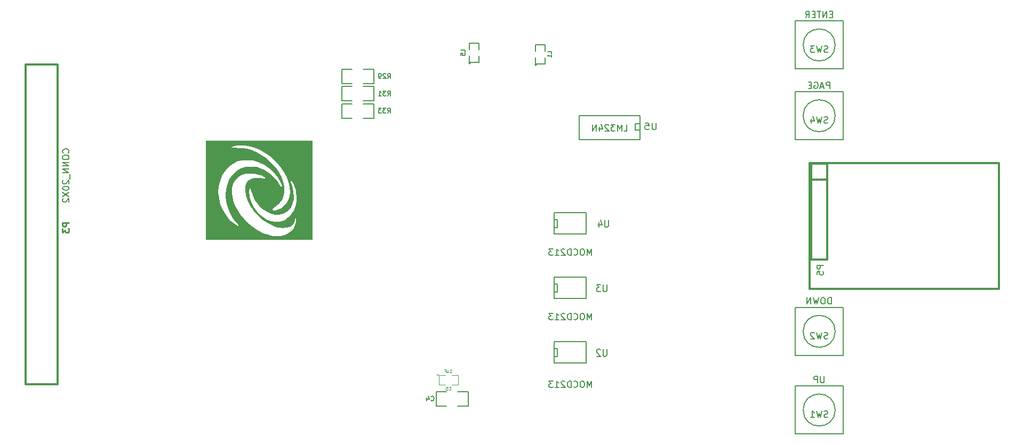
<source format=gbo>
G04 (created by PCBNEW (2013-june-11)-stable) date lun 19 ago 2013 20:26:35 COT*
%MOIN*%
G04 Gerber Fmt 3.4, Leading zero omitted, Abs format*
%FSLAX34Y34*%
G01*
G70*
G90*
G04 APERTURE LIST*
%ADD10C,0.00590551*%
%ADD11C,0.012*%
%ADD12C,0.005*%
%ADD13C,0.008*%
%ADD14C,0.0039*%
%ADD15C,0.0001*%
%ADD16C,0.01*%
%ADD17C,0.0043*%
G04 APERTURE END LIST*
G54D10*
G54D11*
X94684Y-31298D02*
X94684Y-23424D01*
X82873Y-31298D02*
X94684Y-31298D01*
X82873Y-23424D02*
X94684Y-23424D01*
X82873Y-31298D02*
X82873Y-23424D01*
G54D12*
X66914Y-30551D02*
X66914Y-31901D01*
X66914Y-31901D02*
X68914Y-31901D01*
X68914Y-30551D02*
X66914Y-30551D01*
X68914Y-31901D02*
X68914Y-30551D01*
X66914Y-31501D02*
X67114Y-31501D01*
X67114Y-31501D02*
X67114Y-31001D01*
X67114Y-31001D02*
X66914Y-31001D01*
X84465Y-20473D02*
G75*
G03X84465Y-20473I-1000J0D01*
G74*
G01*
X81965Y-21973D02*
X84965Y-21973D01*
X84965Y-21973D02*
X84965Y-18973D01*
X84965Y-18973D02*
X81965Y-18973D01*
X81965Y-21973D02*
X81965Y-18973D01*
X84465Y-16044D02*
G75*
G03X84465Y-16044I-1000J0D01*
G74*
G01*
X81965Y-17544D02*
X84965Y-17544D01*
X84965Y-17544D02*
X84965Y-14544D01*
X84965Y-14544D02*
X81965Y-14544D01*
X81965Y-17544D02*
X81965Y-14544D01*
X84465Y-33957D02*
G75*
G03X84465Y-33957I-1000J0D01*
G74*
G01*
X81965Y-35457D02*
X84965Y-35457D01*
X84965Y-35457D02*
X84965Y-32457D01*
X84965Y-32457D02*
X81965Y-32457D01*
X81965Y-35457D02*
X81965Y-32457D01*
X84465Y-38878D02*
G75*
G03X84465Y-38878I-1000J0D01*
G74*
G01*
X81965Y-40378D02*
X84965Y-40378D01*
X84965Y-40378D02*
X84965Y-37378D01*
X84965Y-37378D02*
X81965Y-37378D01*
X81965Y-40378D02*
X81965Y-37378D01*
X59532Y-38639D02*
X59532Y-37739D01*
X59532Y-37739D02*
X60182Y-37739D01*
X60882Y-38639D02*
X61532Y-38639D01*
X61532Y-38639D02*
X61532Y-37739D01*
X61532Y-37739D02*
X60882Y-37739D01*
X60182Y-38639D02*
X59532Y-38639D01*
G54D11*
X33851Y-17264D02*
X33851Y-37264D01*
X35851Y-17264D02*
X35851Y-37264D01*
X35851Y-17264D02*
X33851Y-17264D01*
X35851Y-37264D02*
X33851Y-37264D01*
X83964Y-23475D02*
X82964Y-23475D01*
X82964Y-23475D02*
X82964Y-29475D01*
X82964Y-29475D02*
X83964Y-29475D01*
X83964Y-29475D02*
X83964Y-23475D01*
X83964Y-24475D02*
X82964Y-24475D01*
G54D12*
X66914Y-34587D02*
X66914Y-35937D01*
X66914Y-35937D02*
X68914Y-35937D01*
X68914Y-34587D02*
X66914Y-34587D01*
X68914Y-35937D02*
X68914Y-34587D01*
X66914Y-35537D02*
X67114Y-35537D01*
X67114Y-35537D02*
X67114Y-35037D01*
X67114Y-35037D02*
X66914Y-35037D01*
X66914Y-26516D02*
X66914Y-27866D01*
X66914Y-27866D02*
X68914Y-27866D01*
X68914Y-26516D02*
X66914Y-26516D01*
X68914Y-27866D02*
X68914Y-26516D01*
X66914Y-27466D02*
X67114Y-27466D01*
X67114Y-27466D02*
X67114Y-26966D01*
X67114Y-26966D02*
X66914Y-26966D01*
G54D13*
X72274Y-20462D02*
X68474Y-20462D01*
X68474Y-20462D02*
X68474Y-21962D01*
X68474Y-21962D02*
X72274Y-21962D01*
X72274Y-21962D02*
X72274Y-20462D01*
X72274Y-20962D02*
X71974Y-20962D01*
X71974Y-20962D02*
X71974Y-21362D01*
X71974Y-21362D02*
X72274Y-21362D01*
G54D12*
X53626Y-18462D02*
X53626Y-17562D01*
X53626Y-17562D02*
X54276Y-17562D01*
X54976Y-18462D02*
X55626Y-18462D01*
X55626Y-18462D02*
X55626Y-17562D01*
X55626Y-17562D02*
X54976Y-17562D01*
X54276Y-18462D02*
X53626Y-18462D01*
X53626Y-19545D02*
X53626Y-18645D01*
X53626Y-18645D02*
X54276Y-18645D01*
X54976Y-19545D02*
X55626Y-19545D01*
X55626Y-19545D02*
X55626Y-18645D01*
X55626Y-18645D02*
X54976Y-18645D01*
X54276Y-19545D02*
X53626Y-19545D01*
X53626Y-20627D02*
X53626Y-19727D01*
X53626Y-19727D02*
X54276Y-19727D01*
X54976Y-20627D02*
X55626Y-20627D01*
X55626Y-20627D02*
X55626Y-19727D01*
X55626Y-19727D02*
X54976Y-19727D01*
X54276Y-20627D02*
X53626Y-20627D01*
X65794Y-17284D02*
G75*
G03X65794Y-17284I-50J0D01*
G74*
G01*
X65744Y-16834D02*
X65744Y-17234D01*
X65744Y-17234D02*
X66344Y-17234D01*
X66344Y-17234D02*
X66344Y-16834D01*
X66344Y-16434D02*
X66344Y-16034D01*
X66344Y-16034D02*
X65744Y-16034D01*
X65744Y-16034D02*
X65744Y-16434D01*
X61660Y-17186D02*
G75*
G03X61660Y-17186I-50J0D01*
G74*
G01*
X61610Y-16736D02*
X61610Y-17136D01*
X61610Y-17136D02*
X62210Y-17136D01*
X62210Y-17136D02*
X62210Y-16736D01*
X62210Y-16336D02*
X62210Y-15936D01*
X62210Y-15936D02*
X61610Y-15936D01*
X61610Y-15936D02*
X61610Y-16336D01*
G54D14*
X59691Y-36688D02*
G75*
G03X59691Y-36688I-50J0D01*
G74*
G01*
X60091Y-36688D02*
X59691Y-36688D01*
X59691Y-36688D02*
X59691Y-37288D01*
X59691Y-37288D02*
X60091Y-37288D01*
X60491Y-37288D02*
X60891Y-37288D01*
X60891Y-37288D02*
X60891Y-36688D01*
X60891Y-36688D02*
X60491Y-36688D01*
G54D15*
G36*
X51813Y-28218D02*
X50815Y-28218D01*
X50815Y-25541D01*
X50775Y-25232D01*
X50761Y-25174D01*
X50722Y-25046D01*
X50672Y-24908D01*
X50618Y-24775D01*
X50565Y-24662D01*
X50519Y-24582D01*
X50488Y-24551D01*
X50487Y-24551D01*
X50449Y-24563D01*
X50440Y-24605D01*
X50462Y-24688D01*
X50498Y-24781D01*
X50568Y-25005D01*
X50614Y-25256D01*
X50631Y-25507D01*
X50617Y-25732D01*
X50614Y-25754D01*
X50538Y-26035D01*
X50418Y-26266D01*
X50406Y-26279D01*
X50406Y-25224D01*
X50381Y-24940D01*
X50308Y-24638D01*
X50190Y-24327D01*
X50032Y-24017D01*
X49836Y-23717D01*
X49607Y-23435D01*
X49411Y-23236D01*
X49130Y-23005D01*
X48817Y-22794D01*
X48489Y-22613D01*
X48163Y-22472D01*
X47930Y-22399D01*
X47772Y-22368D01*
X47593Y-22347D01*
X47406Y-22338D01*
X47222Y-22338D01*
X47053Y-22348D01*
X46911Y-22367D01*
X46806Y-22394D01*
X46752Y-22430D01*
X46747Y-22446D01*
X46778Y-22458D01*
X46864Y-22471D01*
X46992Y-22482D01*
X47151Y-22491D01*
X47205Y-22493D01*
X47460Y-22508D01*
X47671Y-22534D01*
X47860Y-22577D01*
X48048Y-22643D01*
X48258Y-22737D01*
X48349Y-22781D01*
X48656Y-22951D01*
X48922Y-23136D01*
X49174Y-23355D01*
X49238Y-23418D01*
X49493Y-23704D01*
X49701Y-24002D01*
X49861Y-24308D01*
X49972Y-24614D01*
X50031Y-24915D01*
X50038Y-25204D01*
X49992Y-25476D01*
X49892Y-25725D01*
X49891Y-25726D01*
X49891Y-24877D01*
X49863Y-24778D01*
X49826Y-24687D01*
X49638Y-24338D01*
X49397Y-24026D01*
X49108Y-23754D01*
X48779Y-23530D01*
X48415Y-23358D01*
X48301Y-23318D01*
X48194Y-23286D01*
X48096Y-23265D01*
X47989Y-23255D01*
X47853Y-23252D01*
X47672Y-23256D01*
X47651Y-23256D01*
X47473Y-23263D01*
X47343Y-23272D01*
X47244Y-23286D01*
X47157Y-23311D01*
X47064Y-23349D01*
X46968Y-23393D01*
X46697Y-23557D01*
X46454Y-23773D01*
X46253Y-24030D01*
X46173Y-24168D01*
X46025Y-24523D01*
X45939Y-24891D01*
X45916Y-25268D01*
X45953Y-25645D01*
X46050Y-26017D01*
X46205Y-26379D01*
X46419Y-26723D01*
X46608Y-26957D01*
X46702Y-27051D01*
X46814Y-27146D01*
X46930Y-27234D01*
X47037Y-27305D01*
X47124Y-27351D01*
X47178Y-27363D01*
X47185Y-27359D01*
X47176Y-27324D01*
X47129Y-27256D01*
X47052Y-27165D01*
X47013Y-27123D01*
X46801Y-26855D01*
X46627Y-26543D01*
X46496Y-26198D01*
X46412Y-25834D01*
X46380Y-25464D01*
X46380Y-25437D01*
X46407Y-25056D01*
X46485Y-24715D01*
X46614Y-24416D01*
X46795Y-24160D01*
X47025Y-23946D01*
X47295Y-23782D01*
X47407Y-23730D01*
X47501Y-23696D01*
X47599Y-23675D01*
X47721Y-23663D01*
X47885Y-23656D01*
X48065Y-23652D01*
X48201Y-23658D01*
X48316Y-23675D01*
X48433Y-23705D01*
X48469Y-23716D01*
X48794Y-23855D01*
X49099Y-24054D01*
X49379Y-24309D01*
X49628Y-24615D01*
X49695Y-24716D01*
X49783Y-24841D01*
X49848Y-24909D01*
X49884Y-24921D01*
X49891Y-24877D01*
X49891Y-25726D01*
X49764Y-25911D01*
X49687Y-25988D01*
X49578Y-26079D01*
X49475Y-26154D01*
X49366Y-26231D01*
X49305Y-26283D01*
X49286Y-26322D01*
X49301Y-26357D01*
X49320Y-26378D01*
X49348Y-26403D01*
X49378Y-26414D01*
X49428Y-26407D01*
X49514Y-26384D01*
X49579Y-26365D01*
X49832Y-26257D01*
X50044Y-26098D01*
X50212Y-25891D01*
X50332Y-25639D01*
X50377Y-25483D01*
X50406Y-25224D01*
X50406Y-26279D01*
X50254Y-26448D01*
X50044Y-26581D01*
X49966Y-26613D01*
X49715Y-26673D01*
X49454Y-26670D01*
X49189Y-26605D01*
X48928Y-26482D01*
X48676Y-26302D01*
X48547Y-26183D01*
X48363Y-25978D01*
X48216Y-25767D01*
X48099Y-25533D01*
X48001Y-25260D01*
X47945Y-25053D01*
X47915Y-24967D01*
X47888Y-24944D01*
X47867Y-24980D01*
X47852Y-25071D01*
X47848Y-25201D01*
X47880Y-25538D01*
X47976Y-25869D01*
X48132Y-26184D01*
X48344Y-26477D01*
X48447Y-26588D01*
X48695Y-26810D01*
X48943Y-26968D01*
X49197Y-27066D01*
X49465Y-27107D01*
X49581Y-27108D01*
X49739Y-27097D01*
X49866Y-27070D01*
X50000Y-27017D01*
X50054Y-26991D01*
X50283Y-26842D01*
X50476Y-26645D01*
X50629Y-26407D01*
X50739Y-26137D01*
X50802Y-25846D01*
X50815Y-25541D01*
X50815Y-28218D01*
X50779Y-28218D01*
X50779Y-26975D01*
X50773Y-26879D01*
X50757Y-26847D01*
X50736Y-26877D01*
X50711Y-26968D01*
X50699Y-27025D01*
X50638Y-27194D01*
X50523Y-27326D01*
X50356Y-27418D01*
X50138Y-27471D01*
X49937Y-27483D01*
X49771Y-27480D01*
X49639Y-27463D01*
X49509Y-27429D01*
X49380Y-27382D01*
X49027Y-27214D01*
X48695Y-26995D01*
X48393Y-26733D01*
X48128Y-26437D01*
X47906Y-26114D01*
X47737Y-25773D01*
X47626Y-25423D01*
X47589Y-25152D01*
X47603Y-24913D01*
X47668Y-24710D01*
X47782Y-24547D01*
X47889Y-24460D01*
X47964Y-24415D01*
X48036Y-24388D01*
X48124Y-24374D01*
X48247Y-24369D01*
X48330Y-24368D01*
X48479Y-24370D01*
X48615Y-24377D01*
X48716Y-24388D01*
X48738Y-24392D01*
X48820Y-24399D01*
X48850Y-24378D01*
X48831Y-24337D01*
X48766Y-24286D01*
X48688Y-24247D01*
X48428Y-24158D01*
X48153Y-24105D01*
X47880Y-24089D01*
X47623Y-24110D01*
X47399Y-24169D01*
X47337Y-24196D01*
X47125Y-24334D01*
X46960Y-24515D01*
X46844Y-24733D01*
X46777Y-24983D01*
X46760Y-25259D01*
X46795Y-25557D01*
X46882Y-25870D01*
X46978Y-26105D01*
X47132Y-26399D01*
X47306Y-26663D01*
X47517Y-26917D01*
X47678Y-27085D01*
X48019Y-27389D01*
X48377Y-27634D01*
X48746Y-27819D01*
X49121Y-27940D01*
X49173Y-27952D01*
X49403Y-27994D01*
X49591Y-28012D01*
X49757Y-28006D01*
X49923Y-27976D01*
X49960Y-27967D01*
X50205Y-27873D01*
X50415Y-27732D01*
X50584Y-27553D01*
X50704Y-27344D01*
X50769Y-27113D01*
X50779Y-26975D01*
X50779Y-28218D01*
X48480Y-28218D01*
X45147Y-28218D01*
X45147Y-25118D01*
X45147Y-22018D01*
X48480Y-22018D01*
X51813Y-22018D01*
X51813Y-25118D01*
X51813Y-28218D01*
X51813Y-28218D01*
X51813Y-28218D01*
G37*
G54D12*
X70186Y-31032D02*
X70186Y-31396D01*
X70167Y-31439D01*
X70148Y-31460D01*
X70110Y-31482D01*
X70034Y-31482D01*
X69996Y-31460D01*
X69977Y-31439D01*
X69958Y-31396D01*
X69958Y-31032D01*
X69805Y-31032D02*
X69558Y-31032D01*
X69691Y-31203D01*
X69634Y-31203D01*
X69596Y-31225D01*
X69577Y-31246D01*
X69558Y-31289D01*
X69558Y-31396D01*
X69577Y-31439D01*
X69596Y-31460D01*
X69634Y-31482D01*
X69748Y-31482D01*
X69786Y-31460D01*
X69805Y-31439D01*
X69228Y-33232D02*
X69228Y-32832D01*
X69094Y-33118D01*
X68961Y-32832D01*
X68961Y-33232D01*
X68694Y-32832D02*
X68618Y-32832D01*
X68580Y-32851D01*
X68542Y-32890D01*
X68523Y-32966D01*
X68523Y-33099D01*
X68542Y-33175D01*
X68580Y-33213D01*
X68618Y-33232D01*
X68694Y-33232D01*
X68733Y-33213D01*
X68771Y-33175D01*
X68790Y-33099D01*
X68790Y-32966D01*
X68771Y-32890D01*
X68733Y-32851D01*
X68694Y-32832D01*
X68123Y-33194D02*
X68142Y-33213D01*
X68199Y-33232D01*
X68237Y-33232D01*
X68294Y-33213D01*
X68333Y-33175D01*
X68352Y-33137D01*
X68371Y-33061D01*
X68371Y-33004D01*
X68352Y-32928D01*
X68333Y-32890D01*
X68294Y-32851D01*
X68237Y-32832D01*
X68199Y-32832D01*
X68142Y-32851D01*
X68123Y-32871D01*
X67952Y-33232D02*
X67952Y-32832D01*
X67856Y-32832D01*
X67799Y-32851D01*
X67761Y-32890D01*
X67742Y-32928D01*
X67723Y-33004D01*
X67723Y-33061D01*
X67742Y-33137D01*
X67761Y-33175D01*
X67799Y-33213D01*
X67856Y-33232D01*
X67952Y-33232D01*
X67571Y-32871D02*
X67552Y-32851D01*
X67513Y-32832D01*
X67418Y-32832D01*
X67380Y-32851D01*
X67361Y-32871D01*
X67342Y-32909D01*
X67342Y-32947D01*
X67361Y-33004D01*
X67590Y-33232D01*
X67342Y-33232D01*
X66961Y-33232D02*
X67190Y-33232D01*
X67075Y-33232D02*
X67075Y-32832D01*
X67113Y-32890D01*
X67152Y-32928D01*
X67190Y-32947D01*
X66828Y-32832D02*
X66580Y-32832D01*
X66713Y-32985D01*
X66656Y-32985D01*
X66618Y-33004D01*
X66599Y-33023D01*
X66580Y-33061D01*
X66580Y-33156D01*
X66599Y-33194D01*
X66618Y-33213D01*
X66656Y-33232D01*
X66771Y-33232D01*
X66809Y-33213D01*
X66828Y-33194D01*
G54D13*
X83998Y-20915D02*
X83941Y-20934D01*
X83845Y-20934D01*
X83807Y-20915D01*
X83788Y-20896D01*
X83769Y-20858D01*
X83769Y-20820D01*
X83788Y-20782D01*
X83807Y-20763D01*
X83845Y-20744D01*
X83922Y-20725D01*
X83960Y-20706D01*
X83979Y-20687D01*
X83998Y-20649D01*
X83998Y-20611D01*
X83979Y-20573D01*
X83960Y-20553D01*
X83922Y-20534D01*
X83826Y-20534D01*
X83769Y-20553D01*
X83636Y-20534D02*
X83541Y-20934D01*
X83465Y-20649D01*
X83388Y-20934D01*
X83293Y-20534D01*
X82969Y-20668D02*
X82969Y-20934D01*
X83064Y-20515D02*
X83160Y-20801D01*
X82912Y-20801D01*
X84122Y-18764D02*
X84122Y-18364D01*
X83969Y-18364D01*
X83931Y-18383D01*
X83912Y-18403D01*
X83893Y-18441D01*
X83893Y-18498D01*
X83912Y-18536D01*
X83931Y-18555D01*
X83969Y-18574D01*
X84122Y-18574D01*
X83741Y-18650D02*
X83550Y-18650D01*
X83779Y-18764D02*
X83645Y-18364D01*
X83512Y-18764D01*
X83169Y-18383D02*
X83207Y-18364D01*
X83265Y-18364D01*
X83322Y-18383D01*
X83360Y-18422D01*
X83379Y-18460D01*
X83398Y-18536D01*
X83398Y-18593D01*
X83379Y-18669D01*
X83360Y-18707D01*
X83322Y-18745D01*
X83265Y-18764D01*
X83226Y-18764D01*
X83169Y-18745D01*
X83150Y-18726D01*
X83150Y-18593D01*
X83226Y-18593D01*
X82979Y-18555D02*
X82845Y-18555D01*
X82788Y-18764D02*
X82979Y-18764D01*
X82979Y-18364D01*
X82788Y-18364D01*
X83998Y-16486D02*
X83941Y-16505D01*
X83845Y-16505D01*
X83807Y-16486D01*
X83788Y-16467D01*
X83769Y-16429D01*
X83769Y-16391D01*
X83788Y-16353D01*
X83807Y-16334D01*
X83845Y-16315D01*
X83922Y-16296D01*
X83960Y-16277D01*
X83979Y-16258D01*
X83998Y-16220D01*
X83998Y-16182D01*
X83979Y-16144D01*
X83960Y-16124D01*
X83922Y-16105D01*
X83826Y-16105D01*
X83769Y-16124D01*
X83636Y-16105D02*
X83541Y-16505D01*
X83465Y-16220D01*
X83388Y-16505D01*
X83293Y-16105D01*
X83179Y-16105D02*
X82931Y-16105D01*
X83064Y-16258D01*
X83007Y-16258D01*
X82969Y-16277D01*
X82950Y-16296D01*
X82931Y-16334D01*
X82931Y-16429D01*
X82950Y-16467D01*
X82969Y-16486D01*
X83007Y-16505D01*
X83122Y-16505D01*
X83160Y-16486D01*
X83179Y-16467D01*
X84293Y-14126D02*
X84160Y-14126D01*
X84103Y-14335D02*
X84293Y-14335D01*
X84293Y-13935D01*
X84103Y-13935D01*
X83931Y-14335D02*
X83931Y-13935D01*
X83703Y-14335D01*
X83703Y-13935D01*
X83569Y-13935D02*
X83341Y-13935D01*
X83455Y-14335D02*
X83455Y-13935D01*
X83207Y-14126D02*
X83074Y-14126D01*
X83017Y-14335D02*
X83207Y-14335D01*
X83207Y-13935D01*
X83017Y-13935D01*
X82617Y-14335D02*
X82750Y-14145D01*
X82845Y-14335D02*
X82845Y-13935D01*
X82693Y-13935D01*
X82655Y-13954D01*
X82636Y-13974D01*
X82617Y-14012D01*
X82617Y-14069D01*
X82636Y-14107D01*
X82655Y-14126D01*
X82693Y-14145D01*
X82845Y-14145D01*
X83998Y-34399D02*
X83941Y-34418D01*
X83845Y-34418D01*
X83807Y-34399D01*
X83788Y-34380D01*
X83769Y-34342D01*
X83769Y-34304D01*
X83788Y-34266D01*
X83807Y-34247D01*
X83845Y-34228D01*
X83922Y-34209D01*
X83960Y-34190D01*
X83979Y-34171D01*
X83998Y-34133D01*
X83998Y-34095D01*
X83979Y-34057D01*
X83960Y-34037D01*
X83922Y-34018D01*
X83826Y-34018D01*
X83769Y-34037D01*
X83636Y-34018D02*
X83541Y-34418D01*
X83465Y-34133D01*
X83388Y-34418D01*
X83293Y-34018D01*
X83160Y-34057D02*
X83141Y-34037D01*
X83103Y-34018D01*
X83007Y-34018D01*
X82969Y-34037D01*
X82950Y-34057D01*
X82931Y-34095D01*
X82931Y-34133D01*
X82950Y-34190D01*
X83179Y-34418D01*
X82931Y-34418D01*
X84217Y-32248D02*
X84217Y-31848D01*
X84122Y-31848D01*
X84065Y-31867D01*
X84026Y-31906D01*
X84007Y-31944D01*
X83988Y-32020D01*
X83988Y-32077D01*
X84007Y-32153D01*
X84026Y-32191D01*
X84065Y-32229D01*
X84122Y-32248D01*
X84217Y-32248D01*
X83741Y-31848D02*
X83665Y-31848D01*
X83626Y-31867D01*
X83588Y-31906D01*
X83569Y-31982D01*
X83569Y-32115D01*
X83588Y-32191D01*
X83626Y-32229D01*
X83665Y-32248D01*
X83741Y-32248D01*
X83779Y-32229D01*
X83817Y-32191D01*
X83836Y-32115D01*
X83836Y-31982D01*
X83817Y-31906D01*
X83779Y-31867D01*
X83741Y-31848D01*
X83436Y-31848D02*
X83341Y-32248D01*
X83265Y-31963D01*
X83188Y-32248D01*
X83093Y-31848D01*
X82941Y-32248D02*
X82941Y-31848D01*
X82712Y-32248D01*
X82712Y-31848D01*
X83998Y-39320D02*
X83941Y-39339D01*
X83845Y-39339D01*
X83807Y-39320D01*
X83788Y-39301D01*
X83769Y-39263D01*
X83769Y-39225D01*
X83788Y-39187D01*
X83807Y-39168D01*
X83845Y-39149D01*
X83922Y-39130D01*
X83960Y-39111D01*
X83979Y-39092D01*
X83998Y-39054D01*
X83998Y-39016D01*
X83979Y-38978D01*
X83960Y-38958D01*
X83922Y-38939D01*
X83826Y-38939D01*
X83769Y-38958D01*
X83636Y-38939D02*
X83541Y-39339D01*
X83465Y-39054D01*
X83388Y-39339D01*
X83293Y-38939D01*
X82931Y-39339D02*
X83160Y-39339D01*
X83045Y-39339D02*
X83045Y-38939D01*
X83084Y-38997D01*
X83122Y-39035D01*
X83160Y-39054D01*
X83779Y-36769D02*
X83779Y-37093D01*
X83760Y-37131D01*
X83741Y-37150D01*
X83703Y-37169D01*
X83626Y-37169D01*
X83588Y-37150D01*
X83569Y-37131D01*
X83550Y-37093D01*
X83550Y-36769D01*
X83360Y-37169D02*
X83360Y-36769D01*
X83207Y-36769D01*
X83169Y-36788D01*
X83150Y-36808D01*
X83131Y-36846D01*
X83131Y-36903D01*
X83150Y-36941D01*
X83169Y-36960D01*
X83207Y-36979D01*
X83360Y-36979D01*
G54D12*
X59204Y-38281D02*
X59218Y-38296D01*
X59261Y-38310D01*
X59289Y-38310D01*
X59332Y-38296D01*
X59361Y-38267D01*
X59375Y-38239D01*
X59389Y-38181D01*
X59389Y-38139D01*
X59375Y-38081D01*
X59361Y-38053D01*
X59332Y-38024D01*
X59289Y-38010D01*
X59261Y-38010D01*
X59218Y-38024D01*
X59204Y-38039D01*
X58946Y-38110D02*
X58946Y-38310D01*
X59018Y-37996D02*
X59089Y-38210D01*
X58904Y-38210D01*
G54D16*
X36579Y-27165D02*
X36179Y-27165D01*
X36179Y-27318D01*
X36198Y-27356D01*
X36218Y-27375D01*
X36256Y-27394D01*
X36313Y-27394D01*
X36351Y-27375D01*
X36370Y-27356D01*
X36389Y-27318D01*
X36389Y-27165D01*
X36179Y-27527D02*
X36179Y-27775D01*
X36332Y-27641D01*
X36332Y-27699D01*
X36351Y-27737D01*
X36370Y-27756D01*
X36408Y-27775D01*
X36503Y-27775D01*
X36541Y-27756D01*
X36560Y-27737D01*
X36579Y-27699D01*
X36579Y-27584D01*
X36560Y-27546D01*
X36541Y-27527D01*
G54D13*
X36541Y-22793D02*
X36560Y-22774D01*
X36579Y-22717D01*
X36579Y-22679D01*
X36560Y-22622D01*
X36522Y-22584D01*
X36484Y-22565D01*
X36408Y-22546D01*
X36351Y-22546D01*
X36275Y-22565D01*
X36237Y-22584D01*
X36198Y-22622D01*
X36179Y-22679D01*
X36179Y-22717D01*
X36198Y-22774D01*
X36218Y-22793D01*
X36179Y-23041D02*
X36179Y-23117D01*
X36198Y-23155D01*
X36237Y-23193D01*
X36313Y-23213D01*
X36446Y-23213D01*
X36522Y-23193D01*
X36560Y-23155D01*
X36579Y-23117D01*
X36579Y-23041D01*
X36560Y-23003D01*
X36522Y-22965D01*
X36446Y-22946D01*
X36313Y-22946D01*
X36237Y-22965D01*
X36198Y-23003D01*
X36179Y-23041D01*
X36579Y-23384D02*
X36179Y-23384D01*
X36579Y-23613D01*
X36179Y-23613D01*
X36579Y-23803D02*
X36179Y-23803D01*
X36579Y-24032D01*
X36179Y-24032D01*
X36618Y-24127D02*
X36618Y-24432D01*
X36218Y-24508D02*
X36198Y-24527D01*
X36179Y-24565D01*
X36179Y-24660D01*
X36198Y-24698D01*
X36218Y-24717D01*
X36256Y-24736D01*
X36294Y-24736D01*
X36351Y-24717D01*
X36579Y-24489D01*
X36579Y-24736D01*
X36179Y-24984D02*
X36179Y-25022D01*
X36198Y-25060D01*
X36218Y-25079D01*
X36256Y-25098D01*
X36332Y-25117D01*
X36427Y-25117D01*
X36503Y-25098D01*
X36541Y-25079D01*
X36560Y-25060D01*
X36579Y-25022D01*
X36579Y-24984D01*
X36560Y-24946D01*
X36541Y-24927D01*
X36503Y-24908D01*
X36427Y-24889D01*
X36332Y-24889D01*
X36256Y-24908D01*
X36218Y-24927D01*
X36198Y-24946D01*
X36179Y-24984D01*
X36179Y-25251D02*
X36579Y-25517D01*
X36179Y-25517D02*
X36579Y-25251D01*
X36218Y-25651D02*
X36198Y-25670D01*
X36179Y-25708D01*
X36179Y-25803D01*
X36198Y-25841D01*
X36218Y-25860D01*
X36256Y-25879D01*
X36294Y-25879D01*
X36351Y-25860D01*
X36579Y-25632D01*
X36579Y-25879D01*
X83724Y-29821D02*
X83324Y-29821D01*
X83324Y-29974D01*
X83343Y-30012D01*
X83363Y-30031D01*
X83401Y-30050D01*
X83458Y-30050D01*
X83496Y-30031D01*
X83515Y-30012D01*
X83534Y-29974D01*
X83534Y-29821D01*
X83324Y-30412D02*
X83324Y-30221D01*
X83515Y-30202D01*
X83496Y-30221D01*
X83477Y-30259D01*
X83477Y-30355D01*
X83496Y-30393D01*
X83515Y-30412D01*
X83553Y-30431D01*
X83648Y-30431D01*
X83686Y-30412D01*
X83705Y-30393D01*
X83724Y-30355D01*
X83724Y-30259D01*
X83705Y-30221D01*
X83686Y-30202D01*
G54D12*
X70186Y-35067D02*
X70186Y-35431D01*
X70167Y-35474D01*
X70148Y-35495D01*
X70110Y-35517D01*
X70034Y-35517D01*
X69996Y-35495D01*
X69977Y-35474D01*
X69958Y-35431D01*
X69958Y-35067D01*
X69786Y-35110D02*
X69767Y-35088D01*
X69729Y-35067D01*
X69634Y-35067D01*
X69596Y-35088D01*
X69577Y-35110D01*
X69558Y-35152D01*
X69558Y-35195D01*
X69577Y-35260D01*
X69805Y-35517D01*
X69558Y-35517D01*
X69228Y-37464D02*
X69228Y-37064D01*
X69094Y-37350D01*
X68961Y-37064D01*
X68961Y-37464D01*
X68694Y-37064D02*
X68618Y-37064D01*
X68580Y-37083D01*
X68542Y-37122D01*
X68523Y-37198D01*
X68523Y-37331D01*
X68542Y-37407D01*
X68580Y-37445D01*
X68618Y-37464D01*
X68694Y-37464D01*
X68733Y-37445D01*
X68771Y-37407D01*
X68790Y-37331D01*
X68790Y-37198D01*
X68771Y-37122D01*
X68733Y-37083D01*
X68694Y-37064D01*
X68123Y-37426D02*
X68142Y-37445D01*
X68199Y-37464D01*
X68237Y-37464D01*
X68294Y-37445D01*
X68333Y-37407D01*
X68352Y-37369D01*
X68371Y-37293D01*
X68371Y-37236D01*
X68352Y-37160D01*
X68333Y-37122D01*
X68294Y-37083D01*
X68237Y-37064D01*
X68199Y-37064D01*
X68142Y-37083D01*
X68123Y-37103D01*
X67952Y-37464D02*
X67952Y-37064D01*
X67856Y-37064D01*
X67799Y-37083D01*
X67761Y-37122D01*
X67742Y-37160D01*
X67723Y-37236D01*
X67723Y-37293D01*
X67742Y-37369D01*
X67761Y-37407D01*
X67799Y-37445D01*
X67856Y-37464D01*
X67952Y-37464D01*
X67571Y-37103D02*
X67552Y-37083D01*
X67513Y-37064D01*
X67418Y-37064D01*
X67380Y-37083D01*
X67361Y-37103D01*
X67342Y-37141D01*
X67342Y-37179D01*
X67361Y-37236D01*
X67590Y-37464D01*
X67342Y-37464D01*
X66961Y-37464D02*
X67190Y-37464D01*
X67075Y-37464D02*
X67075Y-37064D01*
X67113Y-37122D01*
X67152Y-37160D01*
X67190Y-37179D01*
X66828Y-37064D02*
X66580Y-37064D01*
X66713Y-37217D01*
X66656Y-37217D01*
X66618Y-37236D01*
X66599Y-37255D01*
X66580Y-37293D01*
X66580Y-37388D01*
X66599Y-37426D01*
X66618Y-37445D01*
X66656Y-37464D01*
X66771Y-37464D01*
X66809Y-37445D01*
X66828Y-37426D01*
X70285Y-26996D02*
X70285Y-27360D01*
X70266Y-27403D01*
X70247Y-27424D01*
X70209Y-27446D01*
X70133Y-27446D01*
X70095Y-27424D01*
X70076Y-27403D01*
X70057Y-27360D01*
X70057Y-26996D01*
X69695Y-27146D02*
X69695Y-27446D01*
X69790Y-26974D02*
X69885Y-27296D01*
X69638Y-27296D01*
X69228Y-29197D02*
X69228Y-28797D01*
X69094Y-29083D01*
X68961Y-28797D01*
X68961Y-29197D01*
X68694Y-28797D02*
X68618Y-28797D01*
X68580Y-28816D01*
X68542Y-28855D01*
X68523Y-28931D01*
X68523Y-29064D01*
X68542Y-29140D01*
X68580Y-29178D01*
X68618Y-29197D01*
X68694Y-29197D01*
X68733Y-29178D01*
X68771Y-29140D01*
X68790Y-29064D01*
X68790Y-28931D01*
X68771Y-28855D01*
X68733Y-28816D01*
X68694Y-28797D01*
X68123Y-29159D02*
X68142Y-29178D01*
X68199Y-29197D01*
X68237Y-29197D01*
X68294Y-29178D01*
X68333Y-29140D01*
X68352Y-29102D01*
X68371Y-29026D01*
X68371Y-28969D01*
X68352Y-28893D01*
X68333Y-28855D01*
X68294Y-28816D01*
X68237Y-28797D01*
X68199Y-28797D01*
X68142Y-28816D01*
X68123Y-28836D01*
X67952Y-29197D02*
X67952Y-28797D01*
X67856Y-28797D01*
X67799Y-28816D01*
X67761Y-28855D01*
X67742Y-28893D01*
X67723Y-28969D01*
X67723Y-29026D01*
X67742Y-29102D01*
X67761Y-29140D01*
X67799Y-29178D01*
X67856Y-29197D01*
X67952Y-29197D01*
X67571Y-28836D02*
X67552Y-28816D01*
X67513Y-28797D01*
X67418Y-28797D01*
X67380Y-28816D01*
X67361Y-28836D01*
X67342Y-28874D01*
X67342Y-28912D01*
X67361Y-28969D01*
X67590Y-29197D01*
X67342Y-29197D01*
X66961Y-29197D02*
X67190Y-29197D01*
X67075Y-29197D02*
X67075Y-28797D01*
X67113Y-28855D01*
X67152Y-28893D01*
X67190Y-28912D01*
X66828Y-28797D02*
X66580Y-28797D01*
X66713Y-28950D01*
X66656Y-28950D01*
X66618Y-28969D01*
X66599Y-28988D01*
X66580Y-29026D01*
X66580Y-29121D01*
X66599Y-29159D01*
X66618Y-29178D01*
X66656Y-29197D01*
X66771Y-29197D01*
X66809Y-29178D01*
X66828Y-29159D01*
X73275Y-20923D02*
X73275Y-21247D01*
X73254Y-21285D01*
X73233Y-21304D01*
X73190Y-21323D01*
X73104Y-21323D01*
X73061Y-21304D01*
X73040Y-21285D01*
X73018Y-21247D01*
X73018Y-20923D01*
X72590Y-20923D02*
X72804Y-20923D01*
X72825Y-21114D01*
X72804Y-21095D01*
X72761Y-21076D01*
X72654Y-21076D01*
X72611Y-21095D01*
X72590Y-21114D01*
X72568Y-21152D01*
X72568Y-21247D01*
X72590Y-21285D01*
X72611Y-21304D01*
X72654Y-21323D01*
X72761Y-21323D01*
X72804Y-21304D01*
X72825Y-21285D01*
X71259Y-21421D02*
X71450Y-21421D01*
X71450Y-21021D01*
X71126Y-21421D02*
X71126Y-21021D01*
X70993Y-21307D01*
X70859Y-21021D01*
X70859Y-21421D01*
X70707Y-21021D02*
X70459Y-21021D01*
X70593Y-21174D01*
X70535Y-21174D01*
X70497Y-21193D01*
X70478Y-21212D01*
X70459Y-21250D01*
X70459Y-21345D01*
X70478Y-21383D01*
X70497Y-21402D01*
X70535Y-21421D01*
X70650Y-21421D01*
X70688Y-21402D01*
X70707Y-21383D01*
X70307Y-21060D02*
X70288Y-21040D01*
X70250Y-21021D01*
X70154Y-21021D01*
X70116Y-21040D01*
X70097Y-21060D01*
X70078Y-21098D01*
X70078Y-21136D01*
X70097Y-21193D01*
X70326Y-21421D01*
X70078Y-21421D01*
X69735Y-21155D02*
X69735Y-21421D01*
X69831Y-21002D02*
X69926Y-21288D01*
X69678Y-21288D01*
X69526Y-21421D02*
X69526Y-21021D01*
X69297Y-21421D01*
X69297Y-21021D01*
X56491Y-18133D02*
X56591Y-17990D01*
X56663Y-18133D02*
X56663Y-17833D01*
X56549Y-17833D01*
X56520Y-17847D01*
X56506Y-17862D01*
X56491Y-17890D01*
X56491Y-17933D01*
X56506Y-17962D01*
X56520Y-17976D01*
X56549Y-17990D01*
X56663Y-17990D01*
X56377Y-17862D02*
X56363Y-17847D01*
X56334Y-17833D01*
X56263Y-17833D01*
X56234Y-17847D01*
X56220Y-17862D01*
X56206Y-17890D01*
X56206Y-17919D01*
X56220Y-17962D01*
X56391Y-18133D01*
X56206Y-18133D01*
X56063Y-18133D02*
X56006Y-18133D01*
X55977Y-18119D01*
X55963Y-18104D01*
X55934Y-18062D01*
X55920Y-18004D01*
X55920Y-17890D01*
X55934Y-17862D01*
X55949Y-17847D01*
X55977Y-17833D01*
X56034Y-17833D01*
X56063Y-17847D01*
X56077Y-17862D01*
X56091Y-17890D01*
X56091Y-17962D01*
X56077Y-17990D01*
X56063Y-18004D01*
X56034Y-18019D01*
X55977Y-18019D01*
X55949Y-18004D01*
X55934Y-17990D01*
X55920Y-17962D01*
X56491Y-19216D02*
X56591Y-19073D01*
X56663Y-19216D02*
X56663Y-18916D01*
X56549Y-18916D01*
X56520Y-18930D01*
X56506Y-18945D01*
X56491Y-18973D01*
X56491Y-19016D01*
X56506Y-19045D01*
X56520Y-19059D01*
X56549Y-19073D01*
X56663Y-19073D01*
X56391Y-18916D02*
X56206Y-18916D01*
X56306Y-19030D01*
X56263Y-19030D01*
X56234Y-19045D01*
X56220Y-19059D01*
X56206Y-19087D01*
X56206Y-19159D01*
X56220Y-19187D01*
X56234Y-19202D01*
X56263Y-19216D01*
X56349Y-19216D01*
X56377Y-19202D01*
X56391Y-19187D01*
X55920Y-19216D02*
X56091Y-19216D01*
X56006Y-19216D02*
X56006Y-18916D01*
X56034Y-18959D01*
X56063Y-18987D01*
X56091Y-19002D01*
X56491Y-20298D02*
X56591Y-20155D01*
X56663Y-20298D02*
X56663Y-19998D01*
X56549Y-19998D01*
X56520Y-20012D01*
X56506Y-20027D01*
X56491Y-20055D01*
X56491Y-20098D01*
X56506Y-20127D01*
X56520Y-20141D01*
X56549Y-20155D01*
X56663Y-20155D01*
X56391Y-19998D02*
X56206Y-19998D01*
X56306Y-20112D01*
X56263Y-20112D01*
X56234Y-20127D01*
X56220Y-20141D01*
X56206Y-20169D01*
X56206Y-20241D01*
X56220Y-20269D01*
X56234Y-20284D01*
X56263Y-20298D01*
X56349Y-20298D01*
X56377Y-20284D01*
X56391Y-20269D01*
X56106Y-19998D02*
X55920Y-19998D01*
X56020Y-20112D01*
X55977Y-20112D01*
X55949Y-20127D01*
X55934Y-20141D01*
X55920Y-20169D01*
X55920Y-20241D01*
X55934Y-20269D01*
X55949Y-20284D01*
X55977Y-20298D01*
X56063Y-20298D01*
X56091Y-20284D01*
X56106Y-20269D01*
X66735Y-16592D02*
X66735Y-16473D01*
X66485Y-16473D01*
X66735Y-16806D02*
X66735Y-16663D01*
X66735Y-16735D02*
X66485Y-16735D01*
X66520Y-16711D01*
X66544Y-16687D01*
X66556Y-16663D01*
X61322Y-16494D02*
X61322Y-16375D01*
X61072Y-16375D01*
X61072Y-16696D02*
X61072Y-16577D01*
X61191Y-16565D01*
X61179Y-16577D01*
X61167Y-16601D01*
X61167Y-16661D01*
X61179Y-16684D01*
X61191Y-16696D01*
X61215Y-16708D01*
X61274Y-16708D01*
X61298Y-16696D01*
X61310Y-16684D01*
X61322Y-16661D01*
X61322Y-16601D01*
X61310Y-16577D01*
X61298Y-16565D01*
G54D17*
X60307Y-37612D02*
X60317Y-37621D01*
X60345Y-37630D01*
X60364Y-37630D01*
X60392Y-37621D01*
X60411Y-37602D01*
X60420Y-37583D01*
X60429Y-37546D01*
X60429Y-37518D01*
X60420Y-37480D01*
X60411Y-37461D01*
X60392Y-37443D01*
X60364Y-37433D01*
X60345Y-37433D01*
X60317Y-37443D01*
X60307Y-37452D01*
X60129Y-37433D02*
X60223Y-37433D01*
X60232Y-37527D01*
X60223Y-37518D01*
X60204Y-37508D01*
X60157Y-37508D01*
X60139Y-37518D01*
X60129Y-37527D01*
X60120Y-37546D01*
X60120Y-37593D01*
X60129Y-37612D01*
X60139Y-37621D01*
X60157Y-37630D01*
X60204Y-37630D01*
X60223Y-37621D01*
X60232Y-37612D01*
X60380Y-36520D02*
X60493Y-36520D01*
X60436Y-36520D02*
X60436Y-36323D01*
X60455Y-36351D01*
X60474Y-36370D01*
X60493Y-36379D01*
X60211Y-36389D02*
X60211Y-36520D01*
X60296Y-36389D02*
X60296Y-36492D01*
X60286Y-36511D01*
X60267Y-36520D01*
X60239Y-36520D01*
X60221Y-36511D01*
X60211Y-36501D01*
X60052Y-36417D02*
X60117Y-36417D01*
X60117Y-36520D02*
X60117Y-36323D01*
X60024Y-36323D01*
M02*

</source>
